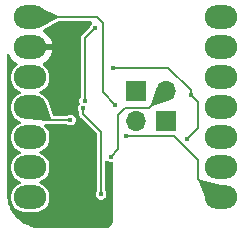
<source format=gbr>
%TF.GenerationSoftware,KiCad,Pcbnew,8.0.8-unknown-202501290020~8b811aa383~ubuntu22.04.1*%
%TF.CreationDate,2025-03-26T11:50:05+00:00*%
%TF.ProjectId,CONTROLLER_XIAO,434f4e54-524f-44c4-9c45-525f5849414f,rev?*%
%TF.SameCoordinates,Original*%
%TF.FileFunction,Copper,L4,Bot*%
%TF.FilePolarity,Positive*%
%FSLAX46Y46*%
G04 Gerber Fmt 4.6, Leading zero omitted, Abs format (unit mm)*
G04 Created by KiCad (PCBNEW 8.0.8-unknown-202501290020~8b811aa383~ubuntu22.04.1) date 2025-03-26 11:50:05*
%MOMM*%
%LPD*%
G01*
G04 APERTURE LIST*
G04 Aperture macros list*
%AMRoundRect*
0 Rectangle with rounded corners*
0 $1 Rounding radius*
0 $2 $3 $4 $5 $6 $7 $8 $9 X,Y pos of 4 corners*
0 Add a 4 corners polygon primitive as box body*
4,1,4,$2,$3,$4,$5,$6,$7,$8,$9,$2,$3,0*
0 Add four circle primitives for the rounded corners*
1,1,$1+$1,$2,$3*
1,1,$1+$1,$4,$5*
1,1,$1+$1,$6,$7*
1,1,$1+$1,$8,$9*
0 Add four rect primitives between the rounded corners*
20,1,$1+$1,$2,$3,$4,$5,0*
20,1,$1+$1,$4,$5,$6,$7,0*
20,1,$1+$1,$6,$7,$8,$9,0*
20,1,$1+$1,$8,$9,$2,$3,0*%
G04 Aperture macros list end*
%TA.AperFunction,ComponentPad*%
%ADD10R,1.700000X1.700000*%
%TD*%
%TA.AperFunction,ComponentPad*%
%ADD11O,1.700000X1.700000*%
%TD*%
%TA.AperFunction,ComponentPad*%
%ADD12RoundRect,1.000000X0.375000X0.000010X-0.375000X0.000010X-0.375000X-0.000010X0.375000X-0.000010X0*%
%TD*%
%TA.AperFunction,ViaPad*%
%ADD13C,0.400000*%
%TD*%
%TA.AperFunction,Conductor*%
%ADD14C,0.160000*%
%TD*%
G04 APERTURE END LIST*
D10*
%TO.P,J3,1,Pin_1*%
%TO.N,/Sync*%
X57460000Y-82860000D03*
D11*
%TO.P,J3,2,Pin_2*%
%TO.N,GND*%
X57460000Y-85400000D03*
%TD*%
D10*
%TO.P,J1,1,Pin_1*%
%TO.N,VSYS*%
X60000000Y-85400000D03*
D11*
%TO.P,J1,2,Pin_2*%
%TO.N,/extRef*%
X60000000Y-82860000D03*
%TD*%
D12*
%TO.P,U2,1,PA02_A0_D0*%
%TO.N,/addr_bus_0*%
X64665000Y-76621750D03*
%TO.P,U2,2,PA4_A1_D1*%
%TO.N,/addr_bus_1*%
X64665000Y-79161750D03*
%TO.P,U2,3,PA10_A2_D2*%
%TO.N,/addr_bus_2*%
X64665000Y-81701750D03*
%TO.P,U2,4,PA11_A3_D3*%
%TO.N,/Sync*%
X64665000Y-84241750D03*
%TO.P,U2,5,PA8_A4_D4_SDA*%
%TO.N,/I2C_SDA*%
X64665000Y-86781750D03*
%TO.P,U2,6,PA9_A5_D5_SCL*%
%TO.N,/i2C_SCL*%
X64665000Y-89321750D03*
%TO.P,U2,7,PB08_A6_D6_TX*%
%TO.N,/IO2*%
X64665000Y-91861750D03*
%TO.P,U2,8,PB09_A7_D7_RX*%
%TO.N,/IO1_out*%
X48500000Y-91861750D03*
%TO.P,U2,9,PA7_A8_D8_SCK*%
%TO.N,/SCLK*%
X48500000Y-89321750D03*
%TO.P,U2,10,PA5_A9_D9_MISO*%
%TO.N,/POCI*%
X48500000Y-86781750D03*
%TO.P,U2,11,PA6_A10_D10_MOSI*%
%TO.N,/PICO*%
X48500000Y-84241750D03*
%TO.P,U2,12,3V3*%
%TO.N,+3.3V*%
X48500000Y-81701750D03*
%TO.P,U2,13,GND*%
%TO.N,GND*%
X48500000Y-79161750D03*
%TO.P,U2,14,5V*%
%TO.N,VSYS*%
X48500000Y-76621750D03*
%TD*%
D13*
%TO.N,+3.3V*%
X62100000Y-83200000D03*
X61800000Y-86900000D03*
X55500000Y-80900000D03*
%TO.N,GND*%
X52200000Y-81500000D03*
X51700000Y-93900000D03*
X51500000Y-78200000D03*
X51650000Y-90540000D03*
%TO.N,/IO2*%
X56600000Y-86700000D03*
%TO.N,/PICO*%
X51900000Y-85300000D03*
%TO.N,/extRef*%
X55300000Y-88400000D03*
%TO.N,VSYS*%
X55700000Y-84000000D03*
%TO.N,/addr_bus_4*%
X54500000Y-91600000D03*
X53000000Y-84300000D03*
%TO.N,/addr_bus_3*%
X53100000Y-83700000D03*
X54000000Y-77500000D03*
%TD*%
D14*
%TO.N,/addr_bus_3*%
X53100000Y-78400000D02*
X53100000Y-83700000D01*
X54000000Y-77500000D02*
X53100000Y-78400000D01*
%TO.N,+3.3V*%
X62700000Y-86000000D02*
X62700000Y-83800000D01*
X61800000Y-86900000D02*
X62700000Y-86000000D01*
X62100000Y-82800000D02*
X62100000Y-83200000D01*
X60100000Y-80900000D02*
X60200000Y-80900000D01*
X60200000Y-80900000D02*
X62000000Y-82700000D01*
X62000000Y-82700000D02*
X62100000Y-82800000D01*
X55500000Y-80900000D02*
X60100000Y-80900000D01*
X62700000Y-83800000D02*
X62100000Y-83200000D01*
%TO.N,/IO2*%
X56600000Y-86700000D02*
X60700000Y-86700000D01*
X62700000Y-88700000D02*
X62700000Y-90300000D01*
X64261750Y-91861750D02*
X64665000Y-91861750D01*
X60700000Y-86700000D02*
X62700000Y-88700000D01*
X62700000Y-90300000D02*
X64261750Y-91861750D01*
%TO.N,/PICO*%
X51900000Y-85300000D02*
X49558250Y-85300000D01*
X49558250Y-85300000D02*
X48500000Y-84241750D01*
%TO.N,/extRef*%
X55900000Y-87800000D02*
X55900000Y-84900000D01*
X55300000Y-88400000D02*
X55900000Y-87800000D01*
X58560000Y-84300000D02*
X60000000Y-82860000D01*
X55900000Y-84900000D02*
X56500000Y-84300000D01*
X56500000Y-84300000D02*
X58560000Y-84300000D01*
%TO.N,VSYS*%
X54158147Y-76621750D02*
X48500000Y-76621750D01*
X55700000Y-84000000D02*
X54650000Y-82950000D01*
X54650000Y-82950000D02*
X54650000Y-77113603D01*
X54650000Y-77113603D02*
X54158147Y-76621750D01*
%TO.N,/addr_bus_4*%
X53100000Y-84936397D02*
X54400000Y-86236397D01*
X54500000Y-86336397D02*
X54500000Y-91600000D01*
X53000000Y-84300000D02*
X53000000Y-84836397D01*
X53000000Y-84836397D02*
X53100000Y-84936397D01*
X54400000Y-86236397D02*
X54500000Y-86336397D01*
%TD*%
%TA.AperFunction,Conductor*%
%TO.N,GND*%
G36*
X53674046Y-76971935D02*
G01*
X53719801Y-77024739D01*
X53729745Y-77093897D01*
X53700721Y-77157452D01*
X53617118Y-77253937D01*
X53617117Y-77253938D01*
X53563303Y-77371772D01*
X53563302Y-77371777D01*
X53552799Y-77444825D01*
X53523773Y-77508381D01*
X53517742Y-77514858D01*
X52897068Y-78135534D01*
X52835535Y-78197066D01*
X52835533Y-78197069D01*
X52792023Y-78272431D01*
X52792023Y-78272432D01*
X52769500Y-78356489D01*
X52769500Y-83347234D01*
X52749815Y-83414273D01*
X52739214Y-83428435D01*
X52717120Y-83453932D01*
X52717117Y-83453938D01*
X52663302Y-83571774D01*
X52644867Y-83700000D01*
X52663302Y-83828226D01*
X52663303Y-83828227D01*
X52681760Y-83868642D01*
X52691704Y-83937800D01*
X52662680Y-84001355D01*
X52617118Y-84053937D01*
X52617117Y-84053938D01*
X52563302Y-84171774D01*
X52544867Y-84300000D01*
X52563302Y-84428225D01*
X52612378Y-84535684D01*
X52617118Y-84546063D01*
X52639212Y-84571561D01*
X52668238Y-84635115D01*
X52669500Y-84652764D01*
X52669500Y-84792886D01*
X52669500Y-84879908D01*
X52688094Y-84949299D01*
X52692023Y-84963964D01*
X52692023Y-84963965D01*
X52735534Y-85039329D01*
X52835533Y-85139327D01*
X52835533Y-85139328D01*
X54133181Y-86436976D01*
X54166666Y-86498299D01*
X54169500Y-86524657D01*
X54169500Y-91247234D01*
X54149815Y-91314273D01*
X54139214Y-91328435D01*
X54117120Y-91353932D01*
X54117117Y-91353938D01*
X54063302Y-91471774D01*
X54044867Y-91600000D01*
X54063302Y-91728225D01*
X54094955Y-91797533D01*
X54117118Y-91846063D01*
X54201951Y-91943967D01*
X54310931Y-92014004D01*
X54435225Y-92050499D01*
X54435227Y-92050500D01*
X54435228Y-92050500D01*
X54564773Y-92050500D01*
X54564773Y-92050499D01*
X54689069Y-92014004D01*
X54798049Y-91943967D01*
X54882882Y-91846063D01*
X54936697Y-91728226D01*
X54955133Y-91600000D01*
X54936697Y-91471774D01*
X54882882Y-91353937D01*
X54882880Y-91353935D01*
X54882879Y-91353932D01*
X54860786Y-91328435D01*
X54831762Y-91264879D01*
X54830500Y-91247234D01*
X54830500Y-88860871D01*
X54850185Y-88793832D01*
X54902989Y-88748077D01*
X54972147Y-88738133D01*
X55021537Y-88756554D01*
X55110931Y-88814004D01*
X55120910Y-88816934D01*
X55235225Y-88850499D01*
X55235227Y-88850500D01*
X55235228Y-88850500D01*
X55364773Y-88850500D01*
X55373552Y-88849238D01*
X55373944Y-88851968D01*
X55429629Y-88851960D01*
X55488413Y-88889725D01*
X55517448Y-88953276D01*
X55516330Y-88995134D01*
X55489500Y-89130017D01*
X55489500Y-93793906D01*
X55488903Y-93806061D01*
X55477448Y-93922361D01*
X55472706Y-93946201D01*
X55440559Y-94052175D01*
X55431256Y-94074633D01*
X55379055Y-94172294D01*
X55365550Y-94192506D01*
X55295297Y-94278109D01*
X55278109Y-94295297D01*
X55192506Y-94365550D01*
X55172294Y-94379055D01*
X55074633Y-94431256D01*
X55052175Y-94440559D01*
X54946201Y-94472706D01*
X54922361Y-94477448D01*
X54806061Y-94488903D01*
X54793906Y-94489500D01*
X49503251Y-94489500D01*
X49496759Y-94489330D01*
X49444613Y-94486595D01*
X49194005Y-94473454D01*
X49181098Y-94472097D01*
X48884871Y-94425171D01*
X48872176Y-94422472D01*
X48582483Y-94344842D01*
X48570139Y-94340831D01*
X48290143Y-94233345D01*
X48278287Y-94228066D01*
X48011058Y-94091901D01*
X47999818Y-94085412D01*
X47748281Y-93922058D01*
X47737795Y-93914439D01*
X47592262Y-93796588D01*
X47504709Y-93725688D01*
X47495064Y-93717003D01*
X47282996Y-93504935D01*
X47274311Y-93495290D01*
X47194862Y-93397179D01*
X47085556Y-93262199D01*
X47077944Y-93251722D01*
X46914581Y-93000171D01*
X46908098Y-92988941D01*
X46771933Y-92721712D01*
X46766654Y-92709856D01*
X46753939Y-92676733D01*
X46659164Y-92429849D01*
X46655160Y-92417527D01*
X46577524Y-92127812D01*
X46574830Y-92115139D01*
X46527900Y-91818890D01*
X46526546Y-91806004D01*
X46510670Y-91503241D01*
X46510500Y-91496748D01*
X46510500Y-79809503D01*
X46530185Y-79742464D01*
X46582989Y-79696709D01*
X46652147Y-79686765D01*
X46715703Y-79715790D01*
X46750018Y-79764429D01*
X46772794Y-79822802D01*
X46900046Y-80036358D01*
X47060703Y-80226044D01*
X47060705Y-80226046D01*
X47250391Y-80386702D01*
X47394953Y-80472843D01*
X47442467Y-80524070D01*
X47454743Y-80592853D01*
X47427884Y-80657353D01*
X47402095Y-80681294D01*
X47320354Y-80737924D01*
X47320342Y-80737934D01*
X47161184Y-80897092D01*
X47161174Y-80897104D01*
X47032997Y-81082117D01*
X47032991Y-81082127D01*
X46939903Y-81287068D01*
X46939902Y-81287071D01*
X46884905Y-81505329D01*
X46884904Y-81505336D01*
X46874500Y-81637528D01*
X46874500Y-81765957D01*
X46874501Y-81765974D01*
X46884904Y-81898163D01*
X46884905Y-81898170D01*
X46939902Y-82116428D01*
X46939903Y-82116431D01*
X47032991Y-82321372D01*
X47032997Y-82321382D01*
X47161174Y-82506395D01*
X47161178Y-82506400D01*
X47161181Y-82506404D01*
X47320346Y-82665569D01*
X47320350Y-82665572D01*
X47320354Y-82665575D01*
X47330252Y-82672432D01*
X47505374Y-82793757D01*
X47547964Y-82813102D01*
X47648683Y-82858851D01*
X47701580Y-82904498D01*
X47721402Y-82971497D01*
X47701854Y-83038577D01*
X47649143Y-83084439D01*
X47648683Y-83084649D01*
X47505377Y-83149741D01*
X47505367Y-83149747D01*
X47320354Y-83277924D01*
X47320342Y-83277934D01*
X47161184Y-83437092D01*
X47161174Y-83437104D01*
X47032997Y-83622117D01*
X47032991Y-83622127D01*
X46939903Y-83827068D01*
X46939902Y-83827071D01*
X46884905Y-84045329D01*
X46884904Y-84045336D01*
X46874500Y-84177528D01*
X46874500Y-84305957D01*
X46874501Y-84305974D01*
X46884904Y-84438163D01*
X46884905Y-84438170D01*
X46939902Y-84656428D01*
X46939903Y-84656431D01*
X47032991Y-84861372D01*
X47032997Y-84861382D01*
X47161174Y-85046395D01*
X47161178Y-85046400D01*
X47161181Y-85046404D01*
X47320346Y-85205569D01*
X47320350Y-85205572D01*
X47320354Y-85205575D01*
X47456649Y-85300000D01*
X47505374Y-85333757D01*
X47580139Y-85367717D01*
X47648683Y-85398851D01*
X47701580Y-85444498D01*
X47721402Y-85511497D01*
X47701854Y-85578577D01*
X47649143Y-85624439D01*
X47648683Y-85624649D01*
X47505377Y-85689741D01*
X47505367Y-85689747D01*
X47320354Y-85817924D01*
X47320342Y-85817934D01*
X47161184Y-85977092D01*
X47161174Y-85977104D01*
X47032997Y-86162117D01*
X47032994Y-86162121D01*
X47032993Y-86162124D01*
X46995751Y-86244116D01*
X46939903Y-86367068D01*
X46939902Y-86367071D01*
X46884905Y-86585329D01*
X46884904Y-86585336D01*
X46874500Y-86717528D01*
X46874500Y-86845957D01*
X46874501Y-86845974D01*
X46884904Y-86978163D01*
X46884905Y-86978170D01*
X46939902Y-87196428D01*
X46939903Y-87196431D01*
X47032991Y-87401372D01*
X47032997Y-87401382D01*
X47161174Y-87586395D01*
X47161178Y-87586400D01*
X47161181Y-87586404D01*
X47320346Y-87745569D01*
X47320350Y-87745572D01*
X47320354Y-87745575D01*
X47459603Y-87842047D01*
X47505374Y-87873757D01*
X47580139Y-87907717D01*
X47648683Y-87938851D01*
X47701580Y-87984498D01*
X47721402Y-88051497D01*
X47701854Y-88118577D01*
X47649143Y-88164439D01*
X47648683Y-88164649D01*
X47505377Y-88229741D01*
X47505367Y-88229747D01*
X47320354Y-88357924D01*
X47320342Y-88357934D01*
X47161184Y-88517092D01*
X47161174Y-88517104D01*
X47032997Y-88702117D01*
X47032991Y-88702127D01*
X46939903Y-88907068D01*
X46939902Y-88907071D01*
X46884905Y-89125329D01*
X46884904Y-89125336D01*
X46874500Y-89257528D01*
X46874500Y-89385957D01*
X46874501Y-89385974D01*
X46884904Y-89518163D01*
X46884905Y-89518170D01*
X46939902Y-89736428D01*
X46939903Y-89736431D01*
X47032991Y-89941372D01*
X47032997Y-89941382D01*
X47161174Y-90126395D01*
X47161178Y-90126400D01*
X47161181Y-90126404D01*
X47320346Y-90285569D01*
X47320350Y-90285572D01*
X47320354Y-90285575D01*
X47403980Y-90343511D01*
X47505374Y-90413757D01*
X47580139Y-90447717D01*
X47648683Y-90478851D01*
X47701580Y-90524498D01*
X47721402Y-90591497D01*
X47701854Y-90658577D01*
X47649143Y-90704439D01*
X47648683Y-90704649D01*
X47505377Y-90769741D01*
X47505367Y-90769747D01*
X47320354Y-90897924D01*
X47320342Y-90897934D01*
X47161184Y-91057092D01*
X47161174Y-91057104D01*
X47032997Y-91242117D01*
X47032991Y-91242127D01*
X46939903Y-91447068D01*
X46939902Y-91447071D01*
X46884905Y-91665329D01*
X46884904Y-91665336D01*
X46874500Y-91797528D01*
X46874500Y-91925957D01*
X46874501Y-91925974D01*
X46884904Y-92058163D01*
X46884905Y-92058170D01*
X46939902Y-92276428D01*
X46939903Y-92276431D01*
X47032991Y-92481372D01*
X47032997Y-92481382D01*
X47161174Y-92666395D01*
X47161178Y-92666400D01*
X47161181Y-92666404D01*
X47320346Y-92825569D01*
X47320350Y-92825572D01*
X47320354Y-92825575D01*
X47459603Y-92922047D01*
X47505374Y-92953757D01*
X47710317Y-93046846D01*
X47710321Y-93046847D01*
X47928579Y-93101844D01*
X47928581Y-93101844D01*
X47928588Y-93101846D01*
X48060783Y-93112250D01*
X48939216Y-93112249D01*
X49071412Y-93101846D01*
X49289683Y-93046846D01*
X49494626Y-92953757D01*
X49679654Y-92825569D01*
X49838819Y-92666404D01*
X49967007Y-92481376D01*
X50060096Y-92276433D01*
X50115096Y-92058162D01*
X50125500Y-91925967D01*
X50125499Y-91797534D01*
X50115096Y-91665338D01*
X50060096Y-91447067D01*
X49967007Y-91242124D01*
X49838819Y-91057096D01*
X49679654Y-90897931D01*
X49679650Y-90897928D01*
X49679645Y-90897924D01*
X49494632Y-90769747D01*
X49494623Y-90769741D01*
X49351316Y-90704649D01*
X49298419Y-90659002D01*
X49278597Y-90592003D01*
X49298145Y-90524924D01*
X49350855Y-90479061D01*
X49351316Y-90478851D01*
X49494626Y-90413757D01*
X49679654Y-90285569D01*
X49838819Y-90126404D01*
X49967007Y-89941376D01*
X50060096Y-89736433D01*
X50115096Y-89518162D01*
X50125500Y-89385967D01*
X50125499Y-89257534D01*
X50115096Y-89125338D01*
X50081689Y-88992762D01*
X50060097Y-88907071D01*
X50060096Y-88907068D01*
X50052218Y-88889725D01*
X49967007Y-88702124D01*
X49899853Y-88605193D01*
X49838825Y-88517104D01*
X49838822Y-88517100D01*
X49838819Y-88517096D01*
X49679654Y-88357931D01*
X49679650Y-88357928D01*
X49679645Y-88357924D01*
X49494632Y-88229747D01*
X49494623Y-88229741D01*
X49351316Y-88164649D01*
X49298419Y-88119002D01*
X49278597Y-88052003D01*
X49298145Y-87984924D01*
X49350855Y-87939061D01*
X49351316Y-87938851D01*
X49376152Y-87927570D01*
X49494626Y-87873757D01*
X49679654Y-87745569D01*
X49838819Y-87586404D01*
X49967007Y-87401376D01*
X50060096Y-87196433D01*
X50115096Y-86978162D01*
X50125500Y-86845967D01*
X50125499Y-86717534D01*
X50115096Y-86585338D01*
X50089488Y-86483713D01*
X50060097Y-86367071D01*
X50060096Y-86367068D01*
X50051317Y-86347740D01*
X49967007Y-86162124D01*
X49838819Y-85977096D01*
X49703904Y-85842181D01*
X49670419Y-85780858D01*
X49675403Y-85711166D01*
X49717275Y-85655233D01*
X49782739Y-85630816D01*
X49791585Y-85630500D01*
X50187148Y-85630500D01*
X50195489Y-85630780D01*
X50244406Y-85634079D01*
X50252833Y-85634508D01*
X50253620Y-85634535D01*
X50262386Y-85634685D01*
X50269983Y-85633173D01*
X50271445Y-85632883D01*
X50295637Y-85630500D01*
X51544586Y-85630500D01*
X51611624Y-85650183D01*
X51710931Y-85714004D01*
X51835225Y-85750499D01*
X51835227Y-85750500D01*
X51835228Y-85750500D01*
X51964773Y-85750500D01*
X51964773Y-85750499D01*
X52089069Y-85714004D01*
X52198049Y-85643967D01*
X52282882Y-85546063D01*
X52336697Y-85428226D01*
X52355133Y-85300000D01*
X52336697Y-85171774D01*
X52282882Y-85053937D01*
X52198049Y-84956033D01*
X52089069Y-84885996D01*
X52089065Y-84885994D01*
X52089064Y-84885994D01*
X51964774Y-84849500D01*
X51964772Y-84849500D01*
X51835228Y-84849500D01*
X51835226Y-84849500D01*
X51710935Y-84885994D01*
X51710932Y-84885995D01*
X51710931Y-84885996D01*
X51611625Y-84949816D01*
X51544586Y-84969500D01*
X50545285Y-84969500D01*
X50478246Y-84949815D01*
X50432491Y-84897011D01*
X50428216Y-84886377D01*
X50180705Y-84177528D01*
X50066482Y-83850407D01*
X50063311Y-83839828D01*
X50060099Y-83827078D01*
X50060098Y-83827076D01*
X50060096Y-83827067D01*
X50054789Y-83815385D01*
X50050632Y-83805010D01*
X50043768Y-83785351D01*
X50033956Y-83768208D01*
X50028675Y-83757891D01*
X50028038Y-83756489D01*
X49967007Y-83622124D01*
X49967002Y-83622117D01*
X49838825Y-83437104D01*
X49838822Y-83437100D01*
X49838819Y-83437096D01*
X49679654Y-83277931D01*
X49679650Y-83277928D01*
X49679645Y-83277924D01*
X49494632Y-83149747D01*
X49494623Y-83149741D01*
X49351316Y-83084649D01*
X49298419Y-83039002D01*
X49278597Y-82972003D01*
X49298145Y-82904924D01*
X49350855Y-82859061D01*
X49351316Y-82858851D01*
X49376892Y-82847234D01*
X49494626Y-82793757D01*
X49679654Y-82665569D01*
X49838819Y-82506404D01*
X49967007Y-82321376D01*
X50060096Y-82116433D01*
X50115096Y-81898162D01*
X50125500Y-81765967D01*
X50125499Y-81637534D01*
X50115096Y-81505338D01*
X50080258Y-81367083D01*
X50060097Y-81287071D01*
X50060096Y-81287068D01*
X50040518Y-81243966D01*
X49967007Y-81082124D01*
X49838819Y-80897096D01*
X49679654Y-80737931D01*
X49679650Y-80737928D01*
X49679645Y-80737924D01*
X49597904Y-80681294D01*
X49554007Y-80626936D01*
X49546468Y-80557474D01*
X49577679Y-80494963D01*
X49605047Y-80472843D01*
X49749604Y-80386706D01*
X49749608Y-80386703D01*
X49939294Y-80226046D01*
X49939296Y-80226044D01*
X50099953Y-80036358D01*
X50227206Y-79822799D01*
X50317564Y-79591232D01*
X50317567Y-79591222D01*
X50355199Y-79411750D01*
X48933012Y-79411750D01*
X48965925Y-79354743D01*
X49000000Y-79227576D01*
X49000000Y-79095924D01*
X48965925Y-78968757D01*
X48933012Y-78911750D01*
X50355198Y-78911750D01*
X50317567Y-78732277D01*
X50317564Y-78732267D01*
X50227206Y-78500700D01*
X50099953Y-78287141D01*
X49939296Y-78097455D01*
X49939294Y-78097453D01*
X49749608Y-77936797D01*
X49618630Y-77858751D01*
X49571116Y-77807524D01*
X49558840Y-77738742D01*
X49585699Y-77674241D01*
X49624741Y-77642294D01*
X50920274Y-76966314D01*
X50977635Y-76952250D01*
X53607007Y-76952250D01*
X53674046Y-76971935D01*
G37*
%TD.AperFunction*%
%TD*%
%TA.AperFunction,Conductor*%
%TO.N,/IO2*%
G36*
X62927274Y-90409259D02*
G01*
X64994503Y-90858959D01*
X65001858Y-90864067D01*
X65003448Y-90872879D01*
X65003088Y-90874172D01*
X64667940Y-91855915D01*
X64662024Y-91862637D01*
X64658900Y-91863657D01*
X63346690Y-92095133D01*
X63337947Y-92093196D01*
X63333565Y-92087334D01*
X63258155Y-91862637D01*
X62810208Y-90527908D01*
X62810825Y-90518977D01*
X62813024Y-90515918D01*
X62916523Y-90412419D01*
X62924795Y-90408993D01*
X62927274Y-90409259D01*
G37*
%TD.AperFunction*%
%TD*%
%TA.AperFunction,Conductor*%
%TO.N,/PICO*%
G36*
X49797104Y-83863162D02*
G01*
X49802550Y-83869578D01*
X50273426Y-85218126D01*
X50274080Y-85221983D01*
X50274080Y-85367485D01*
X50270653Y-85375758D01*
X50262380Y-85379185D01*
X50261593Y-85379158D01*
X48237832Y-85242714D01*
X48229808Y-85238739D01*
X48226946Y-85230254D01*
X48227337Y-85227941D01*
X48497270Y-84248026D01*
X48502771Y-84240962D01*
X48505244Y-84239911D01*
X49788200Y-83862211D01*
X49797104Y-83863162D01*
G37*
%TD.AperFunction*%
%TD*%
%TA.AperFunction,Conductor*%
%TO.N,/extRef*%
G36*
X59226420Y-82539558D02*
G01*
X59243929Y-82546788D01*
X59996215Y-82857438D01*
X60002552Y-82863761D01*
X60002562Y-82863785D01*
X60320441Y-83633579D01*
X60320432Y-83642534D01*
X60314093Y-83648859D01*
X60313211Y-83649182D01*
X58861290Y-84116460D01*
X58852365Y-84115733D01*
X58849433Y-84113596D01*
X58746403Y-84010566D01*
X58742976Y-84002293D01*
X58743538Y-83998713D01*
X59210818Y-82546786D01*
X59216613Y-82539962D01*
X59225538Y-82539235D01*
X59226420Y-82539558D01*
G37*
%TD.AperFunction*%
%TD*%
%TA.AperFunction,Conductor*%
%TO.N,VSYS*%
G36*
X49266106Y-75702265D02*
G01*
X50868712Y-76538469D01*
X50874462Y-76545334D01*
X50875000Y-76548842D01*
X50875000Y-76694657D01*
X50871573Y-76702930D01*
X50868712Y-76705030D01*
X49266106Y-77541234D01*
X49257186Y-77542023D01*
X49251652Y-77538286D01*
X48564695Y-76701750D01*
X48505096Y-76629174D01*
X48502495Y-76620607D01*
X48505097Y-76614325D01*
X48564695Y-76541750D01*
X49251653Y-75705212D01*
X49259551Y-75700994D01*
X49266106Y-75702265D01*
G37*
%TD.AperFunction*%
%TD*%
M02*

</source>
